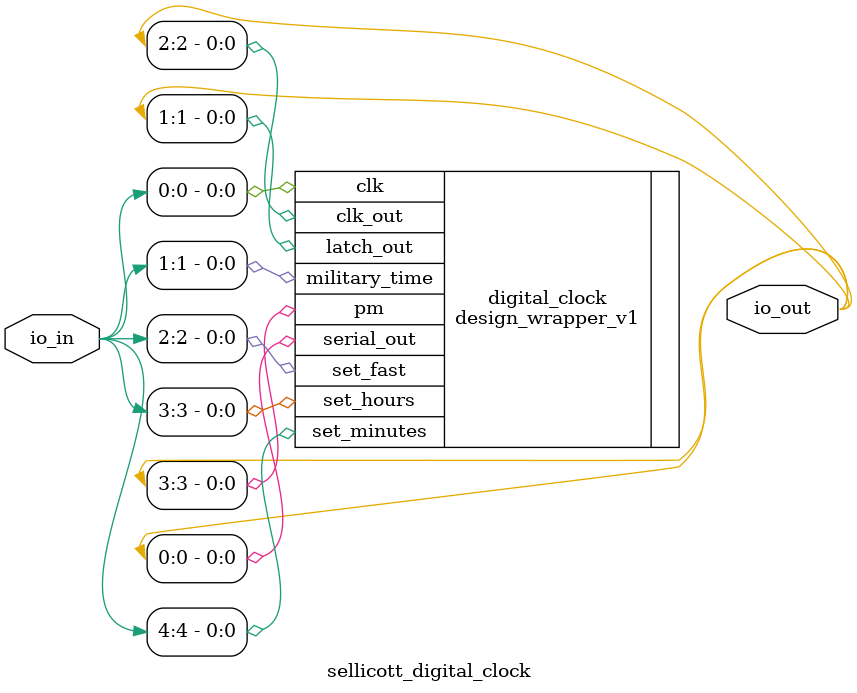
<source format=v>
/* sellicott_digital_clock: top level module for tiny-tapeout, instantiates the design wrapper
 * and connects it to the tiny-tapeout names
 * author: Samuel Ellicott
 * date: 03-20-23
 */

module sellicott_digital_clock (
    input  wire [7:0] io_in,
    output wire [7:0] io_out
);

design_wrapper_v1 digital_clock(
    .clk(io_in[0]),
    
    // clock inputs
    .military_time(io_in[1]),
    .set_fast(io_in[2]),
    .set_hours(io_in[3]),
    .set_minutes(io_in[4]),

    .serial_out(io_out[0]),
    .latch_out(io_out[1]),
    .clk_out(io_out[2]),
    .pm(io_out[3])
);

endmodule
</source>
